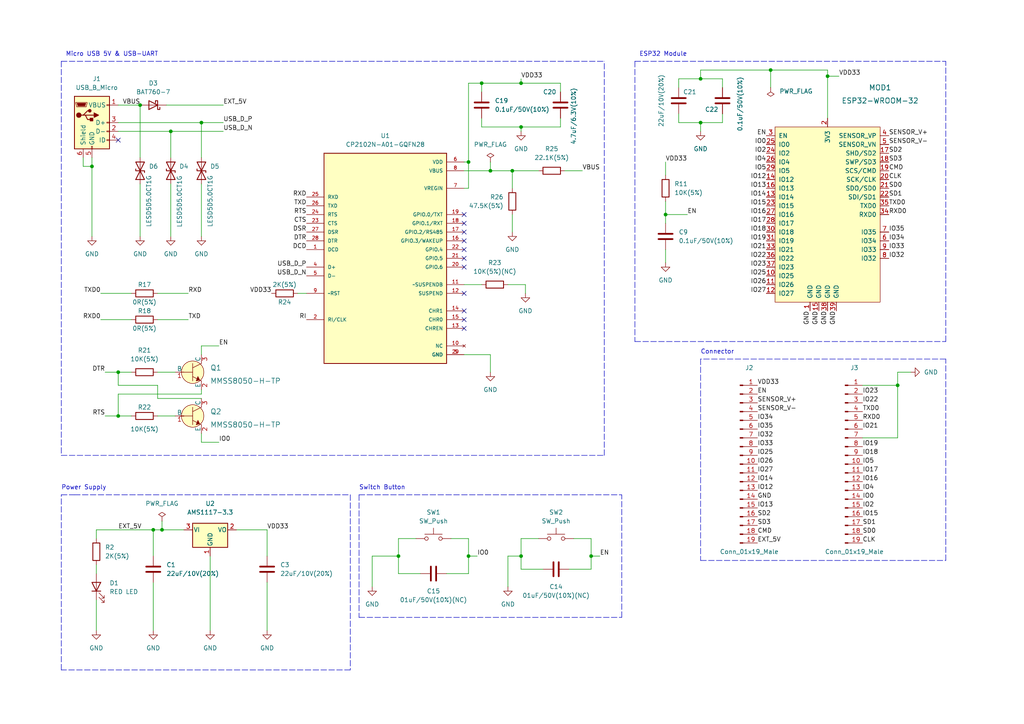
<source format=kicad_sch>
(kicad_sch (version 20230121) (generator eeschema)
  (paper "A4")
  (lib_symbols
    (symbol "CP2102N-A01-GQFN28:CP2102N-A01-GQFN28" (pin_names (offset 1.016))
      (property "Reference" "U" (at -17.8308 31.0896 0))
      (property "Value" "CP2102N-A01-GQFN28" (at -17.8054 -31.0388 0))
      (symbol "CP2102N-A01-GQFN28_0_0"
        (rectangle (start -17.78 -30.48) (end 17.78 30.48) (stroke (width 0.254)) (fill (type background)))
        (pin input line (at -22.86 2.54 0) (length 5.08) (name "DCD") (number "1"))
        (pin no_connect line (at 22.86 -25.4 180) (length 5.08) (name "NC") (number "10"))
        (pin output line (at 22.86 -7.62 180) (length 5.08) (name "~SUSPENDB") (number "11"))
        (pin output line (at 22.86 -10.16 180) (length 5.08) (name "SUSPEND") (number "12"))
        (pin output line (at 22.86 -20.32 180) (length 5.08) (name "CHREN") (number "13"))
        (pin output line (at 22.86 -15.24 180) (length 5.08) (name "CHR1") (number "14"))
        (pin output line (at 22.86 -17.78 180) (length 5.08) (name "CHR0") (number "15"))
        (pin bidirectional line (at 22.86 5.08 180) (length 5.08) (name "GPIO.3/WAKEUP") (number "16"))
        (pin bidirectional line (at 22.86 7.62 180) (length 5.08) (name "GPIO.2/RS485") (number "17"))
        (pin bidirectional line (at 22.86 10.16 180) (length 5.08) (name "GPIO.1/RXT") (number "18"))
        (pin bidirectional line (at 22.86 12.7 180) (length 5.08) (name "GPIO.0/TXT") (number "19"))
        (pin bidirectional line (at -22.86 -17.78 0) (length 5.08) (name "RI/CLK") (number "2"))
        (pin bidirectional line (at 22.86 -2.54 180) (length 5.08) (name "GPIO.6") (number "20"))
        (pin bidirectional line (at 22.86 0 180) (length 5.08) (name "GPIO.5") (number "21"))
        (pin bidirectional line (at 22.86 2.54 180) (length 5.08) (name "GPIO.4") (number "22"))
        (pin input line (at -22.86 10.16 0) (length 5.08) (name "CTS") (number "23"))
        (pin output line (at -22.86 12.7 0) (length 5.08) (name "RTS") (number "24"))
        (pin input line (at -22.86 17.78 0) (length 5.08) (name "RXD") (number "25"))
        (pin output line (at -22.86 15.24 0) (length 5.08) (name "TXD") (number "26"))
        (pin input line (at -22.86 7.62 0) (length 5.08) (name "DSR") (number "27"))
        (pin output line (at -22.86 5.08 0) (length 5.08) (name "DTR") (number "28"))
        (pin power_in line (at 22.86 -27.94 180) (length 5.08) (name "GND") (number "29"))
        (pin power_in line (at 22.86 -27.94 180) (length 5.08) (name "GND") (number "3"))
        (pin bidirectional line (at -22.86 -2.54 0) (length 5.08) (name "D+") (number "4"))
        (pin bidirectional line (at -22.86 -5.08 0) (length 5.08) (name "D-") (number "5"))
        (pin power_in line (at 22.86 27.94 180) (length 5.08) (name "VDD") (number "6"))
        (pin power_in line (at 22.86 20.32 180) (length 5.08) (name "VREGIN") (number "7"))
        (pin power_in line (at 22.86 25.4 180) (length 5.08) (name "VBUS") (number "8"))
        (pin input line (at -22.86 -10.16 0) (length 5.08) (name "~RST") (number "9"))
      )
    )
    (symbol "Connector:Conn_01x19_Male" (pin_names (offset 1.016) hide)
      (property "Reference" "J" (at 0 25.4 0))
      (property "Value" "Conn_01x19_Male" (at 0 -25.4 0))
      (symbol "Conn_01x19_Male_1_1"
        (polyline (pts (xy 1.27 -22.86) (xy 0.8636 -22.86)) (stroke (width 0.1524)))
        (polyline (pts (xy 1.27 -20.32) (xy 0.8636 -20.32)) (stroke (width 0.1524)))
        (polyline (pts (xy 1.27 -17.78) (xy 0.8636 -17.78)) (stroke (width 0.1524)))
        (polyline (pts (xy 1.27 -15.24) (xy 0.8636 -15.24)) (stroke (width 0.1524)))
        (polyline (pts (xy 1.27 -12.7) (xy 0.8636 -12.7)) (stroke (width 0.1524)))
        (polyline (pts (xy 1.27 -10.16) (xy 0.8636 -10.16)) (stroke (width 0.1524)))
        (polyline (pts (xy 1.27 -7.62) (xy 0.8636 -7.62)) (stroke (width 0.1524)))
        (polyline (pts (xy 1.27 -5.08) (xy 0.8636 -5.08)) (stroke (width 0.1524)))
        (polyline (pts (xy 1.27 -2.54) (xy 0.8636 -2.54)) (stroke (width 0.1524)))
        (polyline (pts (xy 1.27 0) (xy 0.8636 0)) (stroke (width 0.1524)))
        (polyline (pts (xy 1.27 2.54) (xy 0.8636 2.54)) (stroke (width 0.1524)))
        (polyline (pts (xy 1.27 5.08) (xy 0.8636 5.08)) (stroke (width 0.1524)))
        (polyline (pts (xy 1.27 7.62) (xy 0.8636 7.62)) (stroke (width 0.1524)))
        (polyline (pts (xy 1.27 10.16) (xy 0.8636 10.16)) (stroke (width 0.1524)))
        (polyline (pts (xy 1.27 12.7) (xy 0.8636 12.7)) (stroke (width 0.1524)))
        (polyline (pts (xy 1.27 15.24) (xy 0.8636 15.24)) (stroke (width 0.1524)))
        (polyline (pts (xy 1.27 17.78) (xy 0.8636 17.78)) (stroke (width 0.1524)))
        (polyline (pts (xy 1.27 20.32) (xy 0.8636 20.32)) (stroke (width 0.1524)))
        (polyline (pts (xy 1.27 22.86) (xy 0.8636 22.86)) (stroke (width 0.1524)))
        (rectangle (start 0.8636 -22.733) (end 0 -22.987) (stroke (width 0.1524)) (fill (type outline)))
        (rectangle (start 0.8636 -20.193) (end 0 -20.447) (stroke (width 0.1524)) (fill (type outline)))
        (rectangle (start 0.8636 -17.653) (end 0 -17.907) (stroke (width 0.1524)) (fill (type outline)))
        (rectangle (start 0.8636 -15.113) (end 0 -15.367) (stroke (width 0.1524)) (fill (type outline)))
        (rectangle (start 0.8636 -12.573) (end 0 -12.827) (stroke (width 0.1524)) (fill (type outline)))
        (rectangle (start 0.8636 -10.033) (end 0 -10.287) (stroke (width 0.1524)) (fill (type outline)))
        (rectangle (start 0.8636 -7.493) (end 0 -7.747) (stroke (width 0.1524)) (fill (type outline)))
        (rectangle (start 0.8636 -4.953) (end 0 -5.207) (stroke (width 0.1524)) (fill (type outline)))
        (rectangle (start 0.8636 -2.413) (end 0 -2.667) (stroke (width 0.1524)) (fill (type outline)))
        (rectangle (start 0.8636 0.127) (end 0 -0.127) (stroke (width 0.1524)) (fill (type outline)))
        (rectangle (start 0.8636 2.667) (end 0 2.413) (stroke (width 0.1524)) (fill (type outline)))
        (rectangle (start 0.8636 5.207) (end 0 4.953) (stroke (width 0.1524)) (fill (type outline)))
        (rectangle (start 0.8636 7.747) (end 0 7.493) (stroke (width 0.1524)) (fill (type outline)))
        (rectangle (start 0.8636 10.287) (end 0 10.033) (stroke (width 0.1524)) (fill (type outline)))
        (rectangle (start 0.8636 12.827) (end 0 12.573) (stroke (width 0.1524)) (fill (type outline)))
        (rectangle (start 0.8636 15.367) (end 0 15.113) (stroke (width 0.1524)) (fill (type outline)))
        (rectangle (start 0.8636 17.907) (end 0 17.653) (stroke (width 0.1524)) (fill (type outline)))
        (rectangle (start 0.8636 20.447) (end 0 20.193) (stroke (width 0.1524)) (fill (type outline)))
        (rectangle (start 0.8636 22.987) (end 0 22.733) (stroke (width 0.1524)) (fill (type outline)))
        (pin passive line (at 5.08 22.86 180) (length 3.81) (name "Pin_1") (number "1"))
        (pin passive line (at 5.08 0 180) (length 3.81) (name "Pin_10") (number "10"))
        (pin passive line (at 5.08 -2.54 180) (length 3.81) (name "Pin_11") (number "11"))
        (pin passive line (at 5.08 -5.08 180) (length 3.81) (name "Pin_12") (number "12"))
        (pin passive line (at 5.08 -7.62 180) (length 3.81) (name "Pin_13") (number "13"))
        (pin passive line (at 5.08 -10.16 180) (length 3.81) (name "Pin_14") (number "14"))
        (pin passive line (at 5.08 -12.7 180) (length 3.81) (name "Pin_15") (number "15"))
        (pin passive line (at 5.08 -15.24 180) (length 3.81) (name "Pin_16") (number "16"))
        (pin passive line (at 5.08 -17.78 180) (length 3.81) (name "Pin_17") (number "17"))
        (pin passive line (at 5.08 -20.32 180) (length 3.81) (name "Pin_18") (number "18"))
        (pin passive line (at 5.08 -22.86 180) (length 3.81) (name "Pin_19") (number "19"))
        (pin passive line (at 5.08 20.32 180) (length 3.81) (name "Pin_2") (number "2"))
        (pin passive line (at 5.08 17.78 180) (length 3.81) (name "Pin_3") (number "3"))
        (pin passive line (at 5.08 15.24 180) (length 3.81) (name "Pin_4") (number "4"))
        (pin passive line (at 5.08 12.7 180) (length 3.81) (name "Pin_5") (number "5"))
        (pin passive line (at 5.08 10.16 180) (length 3.81) (name "Pin_6") (number "6"))
        (pin passive line (at 5.08 7.62 180) (length 3.81) (name "Pin_7") (number "7"))
        (pin passive line (at 5.08 5.08 180) (length 3.81) (name "Pin_8") (number "8"))
        (pin passive line (at 5.08 2.54 180) (length 3.81) (name "Pin_9") (number "9"))
      )
    )
    (symbol "Connector:USB_B_Micro" (pin_names (offset 1.016))
      (property "Reference" "J" (at -5.08 11.43 0))
      (property "Value" "USB_B_Micro" (at -5.08 8.89 0))
      (symbol "USB_B_Micro_0_1"
        (rectangle (start -5.08 -7.62) (end 5.08 7.62) (stroke (width 0.254)) (fill (type background)))
        (circle (center -3.81 2.159) (radius 0.635) (stroke (width 0.254)) (fill (type outline)))
        (circle (center -0.635 3.429) (radius 0.381) (stroke (width 0.254)) (fill (type outline)))
        (rectangle (start -0.127 -7.62) (end 0.127 -6.858))
        (polyline (pts (xy -1.905 2.159) (xy 0.635 2.159)) (stroke (width 0.254)))
        (polyline (pts (xy -3.175 2.159) (xy -2.54 2.159) (xy -1.27 3.429) (xy -0.635 3.429)) (stroke (width 0.254)))
        (polyline (pts (xy -2.54 2.159) (xy -1.905 2.159) (xy -1.27 0.889) (xy 0 0.889)) (stroke (width 0.254)))
        (polyline (pts (xy 0.635 2.794) (xy 0.635 1.524) (xy 1.905 2.159) (xy 0.635 2.794)) (stroke (width 0.254)) (fill (type outline)))
        (polyline (pts (xy -4.318 5.588) (xy -1.778 5.588) (xy -2.032 4.826) (xy -4.064 4.826) (xy -4.318 5.588)) (fill (type outline)))
        (polyline (pts (xy -4.699 5.842) (xy -4.699 5.588) (xy -4.445 4.826) (xy -4.445 4.572) (xy -1.651 4.572) (xy -1.651 4.826) (xy -1.397 5.588) (xy -1.397 5.842) (xy -4.699 5.842)))
        (rectangle (start 0.254 1.27) (end -0.508 0.508) (stroke (width 0.254)) (fill (type outline)))
        (rectangle (start 5.08 -5.207) (end 4.318 -4.953))
        (rectangle (start 5.08 -2.667) (end 4.318 -2.413))
        (rectangle (start 5.08 -0.127) (end 4.318 0.127))
        (rectangle (start 5.08 4.953) (end 4.318 5.207))
      )
      (symbol "USB_B_Micro_1_1"
        (pin power_out line (at 7.62 5.08 180) (length 2.54) (name "VBUS") (number "1"))
        (pin bidirectional line (at 7.62 -2.54 180) (length 2.54) (name "D-") (number "2"))
        (pin bidirectional line (at 7.62 0 180) (length 2.54) (name "D+") (number "3"))
        (pin passive line (at 7.62 -5.08 180) (length 2.54) (name "ID") (number "4"))
        (pin power_out line (at 0 -10.16 90) (length 2.54) (name "GND") (number "5"))
        (pin passive line (at -2.54 -10.16 90) (length 2.54) (name "Shield") (number "6"))
      )
    )
    (symbol "Device:C" (pin_numbers hide) (pin_names (offset 0.254))
      (property "Reference" "C" (at 0.635 2.54 0))
      (property "Value" "C" (at 0.635 -2.54 0))
      (symbol "C_0_1"
        (polyline (pts (xy -2.032 -0.762) (xy 2.032 -0.762)) (stroke (width 0.508)))
        (polyline (pts (xy -2.032 0.762) (xy 2.032 0.762)) (stroke (width 0.508)))
      )
      (symbol "C_1_1"
        (pin passive line (at 0 3.81 270) (length 2.794) (name "~") (number "1"))
        (pin passive line (at 0 -3.81 90) (length 2.794) (name "~") (number "2"))
      )
    )
    (symbol "Device:D_Schottky" (pin_numbers hide) (pin_names (offset 1.016) hide)
      (property "Reference" "D" (at 0 2.54 0))
      (property "Value" "D_Schottky" (at 0 -2.54 0))
      (symbol "D_Schottky_0_1"
        (polyline (pts (xy 1.27 0) (xy -1.27 0)))
        (polyline (pts (xy 1.27 1.27) (xy 1.27 -1.27) (xy -1.27 0) (xy 1.27 1.27)) (stroke (width 0.254)))
        (polyline (pts (xy -1.905 0.635) (xy -1.905 1.27) (xy -1.27 1.27) (xy -1.27 -1.27) (xy -0.635 -1.27) (xy -0.635 -0.635)) (stroke (width 0.254)))
      )
      (symbol "D_Schottky_1_1"
        (pin passive line (at -3.81 0 0) (length 2.54) (name "K") (number "1"))
        (pin passive line (at 3.81 0 180) (length 2.54) (name "A") (number "2"))
      )
    )
    (symbol "Device:D_TVS" (pin_numbers hide) (pin_names (offset 1.016) hide)
      (property "Reference" "D" (at 0 2.54 0))
      (property "Value" "D_TVS" (at 0 -2.54 0))
      (symbol "D_TVS_0_1"
        (polyline (pts (xy 1.27 0) (xy -1.27 0)))
        (polyline (pts (xy 0.508 1.27) (xy 0 1.27) (xy 0 -1.27) (xy -0.508 -1.27)) (stroke (width 0.254)))
        (polyline (pts (xy -2.54 1.27) (xy -2.54 -1.27) (xy 2.54 1.27) (xy 2.54 -1.27) (xy -2.54 1.27)) (stroke (width 0.254)))
      )
      (symbol "D_TVS_1_1"
        (pin passive line (at -3.81 0 0) (length 2.54) (name "A1") (number "1"))
        (pin passive line (at 3.81 0 180) (length 2.54) (name "A2") (number "2"))
      )
    )
    (symbol "Device:LED" (pin_numbers hide) (pin_names (offset 1.016) hide)
      (property "Reference" "D" (at 0 2.54 0))
      (property "Value" "LED" (at 0 -2.54 0))
      (symbol "LED_0_1"
        (polyline (pts (xy -1.27 -1.27) (xy -1.27 1.27)) (stroke (width 0.254)))
        (polyline (pts (xy -1.27 0) (xy 1.27 0)))
        (polyline (pts (xy 1.27 -1.27) (xy 1.27 1.27) (xy -1.27 0) (xy 1.27 -1.27)) (stroke (width 0.254)))
        (polyline (pts (xy -3.048 -0.762) (xy -4.572 -2.286) (xy -3.81 -2.286) (xy -4.572 -2.286) (xy -4.572 -1.524)))
        (polyline (pts (xy -1.778 -0.762) (xy -3.302 -2.286) (xy -2.54 -2.286) (xy -3.302 -2.286) (xy -3.302 -1.524)))
      )
      (symbol "LED_1_1"
        (pin passive line (at -3.81 0 0) (length 2.54) (name "K") (number "1"))
        (pin passive line (at 3.81 0 180) (length 2.54) (name "A") (number "2"))
      )
    )
    (symbol "Device:R" (pin_numbers hide) (pin_names (offset 0))
      (property "Reference" "R" (at 2.032 0 90))
      (property "Value" "R" (at 0 0 90))
      (symbol "R_0_1"
        (rectangle (start -1.016 -2.54) (end 1.016 2.54) (stroke (width 0.254)))
      )
      (symbol "R_1_1"
        (pin passive line (at 0 3.81 270) (length 1.27) (name "~") (number "1"))
        (pin passive line (at 0 -3.81 90) (length 1.27) (name "~") (number "2"))
      )
    )
    (symbol "Regulator_Linear:AMS1117-3.3" (pin_names (offset 0.254))
      (property "Reference" "U" (at -3.81 3.175 0))
      (property "Value" "AMS1117-3.3" (at 0 3.175 0))
      (symbol "AMS1117-3.3_0_1"
        (rectangle (start -5.08 -5.08) (end 5.08 1.905) (stroke (width 0.254)) (fill (type background)))
      )
      (symbol "AMS1117-3.3_1_1"
        (pin power_in line (at 0 -7.62 90) (length 2.54) (name "GND") (number "1"))
        (pin power_out line (at 7.62 0 180) (length 2.54) (name "VO") (number "2"))
        (pin power_in line (at -7.62 0 0) (length 2.54) (name "VI") (number "3"))
      )
    )
    (symbol "Switch:SW_Push" (pin_numbers hide) (pin_names (offset 1.016) hide)
      (property "Reference" "SW" (at 1.27 2.54 0))
      (property "Value" "SW_Push" (at 0 -1.524 0))
      (symbol "SW_Push_0_1"
        (circle (center -2.032 0) (radius 0.508))
        (polyline (pts (xy 0 1.27) (xy 0 3.048)))
        (polyline (pts (xy 2.54 1.27) (xy -2.54 1.27)))
        (circle (center 2.032 0) (radius 0.508))
        (pin passive line (at -5.08 0 0) (length 2.54) (name "1") (number "1"))
        (pin passive line (at 5.08 0 180) (length 2.54) (name "2") (number "2"))
      )
    )
    (symbol "dk_RF-Transceiver-Modules:ESP32-WROOM-32" (pin_names (offset 1.016))
      (property "Reference" "MOD" (at -10.16 1.27 0))
      (property "Value" "ESP32-WROOM-32" (at 5.08 -25.4 90))
      (symbol "ESP32-WROOM-32_0_1"
        (rectangle (start -10.16 0) (end 20.32 -50.8) (fill (type background)))
      )
      (symbol "ESP32-WROOM-32_1_1"
        (pin power_in line (at 0 -53.34 90) (length 2.54) (name "GND") (number "1"))
        (pin bidirectional line (at -12.7 -43.18 0) (length 2.54) (name "IO25") (number "10"))
        (pin bidirectional line (at -12.7 -45.72 0) (length 2.54) (name "IO26") (number "11"))
        (pin bidirectional line (at -12.7 -48.26 0) (length 2.54) (name "IO27") (number "12"))
        (pin bidirectional line (at -12.7 -20.32 0) (length 2.54) (name "IO14") (number "13"))
        (pin bidirectional line (at -12.7 -15.24 0) (length 2.54) (name "IO12") (number "14"))
        (pin power_in line (at 2.54 -53.34 90) (length 2.54) (name "GND") (number "15"))
        (pin bidirectional line (at -12.7 -17.78 0) (length 2.54) (name "IO13") (number "16"))
        (pin bidirectional line (at 22.86 -7.62 180) (length 2.54) (name "SHD/SD2") (number "17"))
        (pin bidirectional line (at 22.86 -10.16 180) (length 2.54) (name "SWP/SD3") (number "18"))
        (pin bidirectional line (at 22.86 -12.7 180) (length 2.54) (name "SCS/CMD") (number "19"))
        (pin power_in line (at 5.08 2.54 270) (length 2.54) (name "3V3") (number "2"))
        (pin bidirectional line (at 22.86 -15.24 180) (length 2.54) (name "SCK/CLK") (number "20"))
        (pin bidirectional line (at 22.86 -17.78 180) (length 2.54) (name "SDO/SD0") (number "21"))
        (pin bidirectional line (at 22.86 -20.32 180) (length 2.54) (name "SDI/SD1") (number "22"))
        (pin bidirectional line (at -12.7 -22.86 0) (length 2.54) (name "IO15") (number "23"))
        (pin bidirectional line (at -12.7 -7.62 0) (length 2.54) (name "IO2") (number "24"))
        (pin bidirectional line (at -12.7 -5.08 0) (length 2.54) (name "IO0") (number "25"))
        (pin bidirectional line (at -12.7 -10.16 0) (length 2.54) (name "IO4") (number "26"))
        (pin bidirectional line (at -12.7 -25.4 0) (length 2.54) (name "IO16") (number "27"))
        (pin bidirectional line (at -12.7 -27.94 0) (length 2.54) (name "IO17") (number "28"))
        (pin bidirectional line (at -12.7 -12.7 0) (length 2.54) (name "IO5") (number "29"))
        (pin input line (at -12.7 -2.54 0) (length 2.54) (name "EN") (number "3"))
        (pin bidirectional line (at -12.7 -30.48 0) (length 2.54) (name "IO18") (number "30"))
        (pin bidirectional line (at -12.7 -33.02 0) (length 2.54) (name "IO19") (number "31"))
        (pin no_connect line (at 20.32 -43.18 180) (length 2.54) hide (name "NC") (number "32"))
        (pin bidirectional line (at -12.7 -35.56 0) (length 2.54) (name "IO21") (number "33"))
        (pin bidirectional line (at 22.86 -25.4 180) (length 2.54) (name "RXD0") (number "34"))
        (pin bidirectional line (at 22.86 -22.86 180) (length 2.54) (name "TXD0") (number "35"))
        (pin bidirectional line (at -12.7 -38.1 0) (length 2.54) (name "IO22") (number "36"))
        (pin bidirectional line (at -12.7 -40.64 0) (length 2.54) (name "IO23") (number "37"))
        (pin power_in line (at 5.08 -53.34 90) (length 2.54) (name "GND") (number "38"))
        (pin power_in line (at 7.62 -53.34 90) (length 2.54) (name "GND") (number "39"))
        (pin input line (at 22.86 -2.54 180) (length 2.54) (name "SENSOR_VP") (number "4"))
        (pin input line (at 22.86 -5.08 180) (length 2.54) (name "SENSOR_VN") (number "5"))
        (pin bidirectional line (at 22.86 -33.02 180) (length 2.54) (name "IO34") (number "6"))
        (pin bidirectional line (at 22.86 -30.48 180) (length 2.54) (name "IO35") (number "7"))
        (pin bidirectional line (at 22.86 -38.1 180) (length 2.54) (name "IO32") (number "8"))
        (pin bidirectional line (at 22.86 -35.56 180) (length 2.54) (name "IO33") (number "9"))
      )
    )
    (symbol "dk_Transistors-Bipolar-BJT-Single:MMSS8050-H-TP" (pin_names (offset 0))
      (property "Reference" "Q" (at -3.2004 4.2164 0))
      (property "Value" "MMSS8050-H-TP" (at 5.2324 0 90))
      (symbol "MMSS8050-H-TP_0_1"
        (polyline (pts (xy -3.81 0) (xy -2.54 0)))
        (polyline (pts (xy -3.556 0) (xy 0 0)))
        (polyline (pts (xy 0 -1.27) (xy 2.54 -2.54)))
        (polyline (pts (xy 0 1.27) (xy 2.54 2.54)))
        (polyline (pts (xy 0 2.54) (xy 0 -2.54)))
        (polyline (pts (xy 1.524 -1.27) (xy 2.032 -2.286) (xy 1.016 -2.54) (xy 1.524 -1.27)) (fill (type outline)))
        (circle (center 0 0) (radius 3.2512) (fill (type background)))
      )
      (symbol "MMSS8050-H-TP_1_1"
        (pin input line (at -5.08 0 0) (length 2.54) (name "B") (number "1"))
        (pin passive line (at 2.54 -5.08 90) (length 2.54) (name "E") (number "2"))
        (pin passive line (at 2.54 5.08 270) (length 2.54) (name "C") (number "3"))
      )
    )
    (symbol "power:GND" (power) (pin_names (offset 0))
      (property "Value" "GND" (at 0 -3.81 0))
      (symbol "GND_0_1"
        (polyline (pts (xy 0 0) (xy 0 -1.27) (xy 1.27 -1.27) (xy 0 -2.54) (xy -1.27 -1.27) (xy 0 -1.27)))
      )
      (symbol "GND_1_1"
        (pin power_in line (at 0 0 270) (length 0) hide (name "GND") (number "1"))
      )
    )
    (symbol "power:PWR_FLAG" (power) (pin_numbers hide) (pin_names (offset 0) hide)
      (property "Value" "PWR_FLAG" (at 0 3.81 0))
      (symbol "PWR_FLAG_0_0"
        (pin power_out line (at 0 0 90) (length 0) (name "pwr") (number "1"))
      )
      (symbol "PWR_FLAG_0_1"
        (polyline (pts (xy 0 0) (xy 0 1.27) (xy -1.016 1.905) (xy 0 2.54) (xy 1.016 1.905) (xy 0 1.27)))
      )
    )
  )
  (junction (at 203.2 35.56) (diameter 0.9144))
  (junction (at 171.45 161.29) (diameter 0.9144))
  (junction (at 44.45 153.67) (diameter 0.9144))
  (junction (at 135.89 161.29) (diameter 0.9144))
  (junction (at 151.13 24.13) (diameter 0.9144))
  (junction (at 135.89 46.99) (diameter 0.9144))
  (junction (at 260.35 111.76) (diameter 0.9144))
  (junction (at 58.42 35.56) (diameter 0.9144))
  (junction (at 49.53 38.1) (diameter 0.9144))
  (junction (at 40.64 30.48) (diameter 0.9144))
  (junction (at 26.67 48.26) (diameter 0.9144))
  (junction (at 142.24 49.53) (diameter 0.9144))
  (junction (at 151.13 36.83) (diameter 0.9144))
  (junction (at 223.52 20.32) (diameter 0.9144))
  (junction (at 34.29 120.65) (diameter 0.9144))
  (junction (at 148.59 49.53) (diameter 0.9144))
  (junction (at 34.29 107.95) (diameter 0.9144))
  (junction (at 240.03 22.098))
  (junction (at 193.04 62.23) (diameter 0.9144))
  (junction (at 46.99 153.67) (diameter 0.9144))
  (junction (at 203.2 22.86) (diameter 0.9144))
  (junction (at 115.57 161.29) (diameter 0.9144))
  (junction (at 151.13 161.29) (diameter 0.9144))
  (junction (at 139.7 24.13) (diameter 0.9144))
  (no_connect (at 34.29 40.64))
  (no_connect (at 134.62 62.23))
  (no_connect (at 134.62 64.77))
  (no_connect (at 134.62 67.31))
  (no_connect (at 134.62 69.85))
  (no_connect (at 134.62 72.39))
  (no_connect (at 134.62 74.93))
  (no_connect (at 134.62 77.47))
  (no_connect (at 134.62 90.17))
  (no_connect (at 134.62 92.71))
  (no_connect (at 134.62 95.25))
  (no_connect (at 134.62 85.09))
  (wire (pts (xy 77.47 168.91) (xy 77.47 182.88)))
  (wire (pts (xy 203.2 35.56) (xy 203.2 38.1)))
  (wire (pts (xy 45.72 120.65) (xy 50.8 120.65)))
  (wire (pts (xy 240.03 34.29) (xy 240.03 22.098)))
  (wire (pts (xy 58.42 53.34) (xy 58.42 68.58)))
  (wire (pts (xy 142.24 49.53) (xy 134.62 49.53)))
  (wire (pts (xy 148.59 49.53) (xy 142.24 49.53)))
  (wire (pts (xy 156.21 49.53) (xy 148.59 49.53)))
  (wire (pts (xy 250.19 127) (xy 260.35 127)))
  (wire (pts (xy 260.35 127) (xy 260.35 111.76)))
  (wire (pts (xy 148.59 62.23) (xy 148.59 67.31)))
  (wire (pts (xy 115.57 156.21) (xy 115.57 161.29)))
  (wire (pts (xy 115.57 161.29) (xy 115.57 166.37)))
  (wire (pts (xy 115.57 166.37) (xy 121.92 166.37)))
  (wire (pts (xy 120.65 156.21) (xy 115.57 156.21)))
  (polyline (pts (xy 17.78 17.78) (xy 17.78 132.08)) (stroke (width 0) (type dash)))
  (polyline (pts (xy 17.78 17.78) (xy 175.26 17.78)) (stroke (width 0) (type dash)))
  (polyline (pts (xy 17.78 132.08) (xy 175.26 132.08)) (stroke (width 0) (type dash)))
  (polyline (pts (xy 175.26 132.08) (xy 175.26 17.78)) (stroke (width 0) (type dash)))
  (wire (pts (xy 30.48 107.95) (xy 34.29 107.95)))
  (wire (pts (xy 139.7 24.13) (xy 151.13 24.13)))
  (wire (pts (xy 151.13 24.13) (xy 162.56 24.13)))
  (polyline (pts (xy 184.15 17.78) (xy 184.15 99.06)) (stroke (width 0) (type dash)))
  (polyline (pts (xy 184.15 17.78) (xy 274.32 17.78)) (stroke (width 0) (type dash)))
  (polyline (pts (xy 184.15 99.06) (xy 274.32 99.06)) (stroke (width 0) (type dash)))
  (polyline (pts (xy 274.32 99.06) (xy 274.32 17.78)) (stroke (width 0) (type dash)))
  (polyline (pts (xy 104.14 143.51) (xy 104.14 179.07)) (stroke (width 0) (type dash)))
  (polyline (pts (xy 104.14 143.51) (xy 180.34 143.51)) (stroke (width 0) (type dash)))
  (polyline (pts (xy 104.14 179.07) (xy 180.34 179.07)) (stroke (width 0) (type dash)))
  (polyline (pts (xy 180.34 179.07) (xy 180.34 143.51)) (stroke (width 0) (type dash)))
  (wire (pts (xy 151.13 36.83) (xy 162.56 36.83)))
  (wire (pts (xy 162.56 36.83) (xy 162.56 34.29)))
  (wire (pts (xy 203.2 20.32) (xy 203.2 22.86)))
  (wire (pts (xy 203.2 20.32) (xy 223.52 20.32)))
  (wire (pts (xy 223.52 20.32) (xy 240.03 20.32)))
  (wire (pts (xy 27.94 163.83) (xy 27.94 166.37)))
  (wire (pts (xy 193.04 46.99) (xy 193.04 50.8)))
  (wire (pts (xy 148.59 49.53) (xy 148.59 54.61)))
  (wire (pts (xy 49.53 53.34) (xy 49.53 68.58)))
  (wire (pts (xy 240.03 22.098) (xy 243.332 22.098)))
  (wire (pts (xy 134.62 102.87) (xy 142.24 102.87)))
  (wire (pts (xy 147.32 82.55) (xy 152.4 82.55)))
  (wire (pts (xy 152.4 82.55) (xy 152.4 85.09)))
  (wire (pts (xy 44.45 168.91) (xy 44.45 182.88)))
  (wire (pts (xy 134.62 54.61) (xy 135.89 54.61)))
  (wire (pts (xy 135.89 54.61) (xy 135.89 46.99)))
  (wire (pts (xy 223.52 20.32) (xy 223.52 25.4)))
  (wire (pts (xy 30.48 120.65) (xy 34.29 120.65)))
  (wire (pts (xy 58.42 35.56) (xy 64.77 35.56)))
  (wire (pts (xy 48.26 30.48) (xy 64.77 30.48)))
  (wire (pts (xy 168.91 49.53) (xy 163.83 49.53)))
  (wire (pts (xy 58.42 100.33) (xy 63.5 100.33)))
  (wire (pts (xy 58.42 102.87) (xy 58.42 100.33)))
  (wire (pts (xy 58.42 125.73) (xy 58.42 128.27)))
  (wire (pts (xy 58.42 128.27) (xy 63.5 128.27)))
  (wire (pts (xy 193.04 58.42) (xy 193.04 62.23)))
  (wire (pts (xy 193.04 62.23) (xy 193.04 64.77)))
  (wire (pts (xy 49.53 38.1) (xy 34.29 38.1)))
  (wire (pts (xy 49.53 38.1) (xy 64.77 38.1)))
  (wire (pts (xy 49.53 45.72) (xy 49.53 38.1)))
  (wire (pts (xy 107.95 161.29) (xy 107.95 170.18)))
  (wire (pts (xy 115.57 161.29) (xy 107.95 161.29)))
  (wire (pts (xy 134.62 82.55) (xy 139.7 82.55)))
  (polyline (pts (xy 203.2 104.14) (xy 203.2 162.56)) (stroke (width 0) (type dash)))
  (polyline (pts (xy 203.2 162.56) (xy 274.32 162.56)) (stroke (width 0) (type dash)))
  (polyline (pts (xy 274.32 104.14) (xy 203.2 104.14)) (stroke (width 0) (type dash)))
  (polyline (pts (xy 274.32 162.56) (xy 274.32 104.14)) (stroke (width 0) (type dash)))
  (wire (pts (xy 130.81 156.21) (xy 135.89 156.21)))
  (wire (pts (xy 135.89 156.21) (xy 135.89 161.29)))
  (wire (pts (xy 135.89 161.29) (xy 135.89 166.37)))
  (wire (pts (xy 135.89 166.37) (xy 129.54 166.37)))
  (wire (pts (xy 46.99 151.13) (xy 46.99 153.67)))
  (wire (pts (xy 134.62 46.99) (xy 135.89 46.99)))
  (wire (pts (xy 135.89 24.13) (xy 135.89 46.99)))
  (wire (pts (xy 44.45 153.67) (xy 44.45 161.29)))
  (wire (pts (xy 196.85 22.86) (xy 203.2 22.86)))
  (wire (pts (xy 196.85 25.4) (xy 196.85 22.86)))
  (wire (pts (xy 203.2 22.86) (xy 209.55 22.86)))
  (wire (pts (xy 209.55 22.86) (xy 209.55 25.4)))
  (wire (pts (xy 45.72 107.95) (xy 50.8 107.95)))
  (wire (pts (xy 196.85 33.02) (xy 196.85 35.56)))
  (wire (pts (xy 196.85 35.56) (xy 203.2 35.56)))
  (wire (pts (xy 203.2 35.56) (xy 209.55 35.56)))
  (wire (pts (xy 209.55 35.56) (xy 209.55 33.02)))
  (wire (pts (xy 27.94 173.99) (xy 27.94 182.88)))
  (wire (pts (xy 58.42 115.57) (xy 45.72 115.57)))
  (wire (pts (xy 142.24 46.99) (xy 142.24 49.53)))
  (wire (pts (xy 139.7 34.29) (xy 139.7 36.83)))
  (wire (pts (xy 139.7 36.83) (xy 151.13 36.83)))
  (wire (pts (xy 240.03 22.098) (xy 240.03 20.32)))
  (wire (pts (xy 26.67 45.72) (xy 26.67 48.26)))
  (wire (pts (xy 26.67 48.26) (xy 26.67 68.58)))
  (wire (pts (xy 24.13 45.72) (xy 24.13 48.26)))
  (wire (pts (xy 24.13 48.26) (xy 26.67 48.26)))
  (wire (pts (xy 29.21 85.09) (xy 38.1 85.09)))
  (wire (pts (xy 135.89 24.13) (xy 139.7 24.13)))
  (wire (pts (xy 40.64 53.34) (xy 40.64 68.58)))
  (polyline (pts (xy 17.78 143.51) (xy 21.59 143.51)) (stroke (width 0) (type dash)))
  (polyline (pts (xy 17.78 194.31) (xy 17.78 143.51)) (stroke (width 0) (type dash)))
  (polyline (pts (xy 21.59 143.51) (xy 101.6 143.51)) (stroke (width 0) (type dash)))
  (polyline (pts (xy 101.6 143.51) (xy 101.6 194.31)) (stroke (width 0) (type dash)))
  (polyline (pts (xy 101.6 194.31) (xy 17.78 194.31)) (stroke (width 0) (type dash)))
  (wire (pts (xy 151.13 156.21) (xy 151.13 161.29)))
  (wire (pts (xy 151.13 161.29) (xy 151.13 165.1)))
  (wire (pts (xy 151.13 165.1) (xy 157.48 165.1)))
  (wire (pts (xy 156.21 156.21) (xy 151.13 156.21)))
  (wire (pts (xy 27.94 153.67) (xy 27.94 156.21)))
  (wire (pts (xy 44.45 153.67) (xy 27.94 153.67)))
  (wire (pts (xy 46.99 153.67) (xy 44.45 153.67)))
  (wire (pts (xy 53.34 153.67) (xy 46.99 153.67)))
  (wire (pts (xy 151.13 36.83) (xy 151.13 38.1)))
  (wire (pts (xy 86.36 85.09) (xy 88.9 85.09)))
  (wire (pts (xy 139.7 24.13) (xy 139.7 26.67)))
  (wire (pts (xy 135.89 161.29) (xy 138.43 161.29)))
  (wire (pts (xy 162.56 24.13) (xy 162.56 26.67)))
  (wire (pts (xy 34.29 107.95) (xy 38.1 107.95)))
  (wire (pts (xy 34.29 111.76) (xy 34.29 107.95)))
  (wire (pts (xy 45.72 111.76) (xy 34.29 111.76)))
  (wire (pts (xy 45.72 111.76) (xy 45.72 115.57)))
  (wire (pts (xy 60.96 161.29) (xy 60.96 182.88)))
  (wire (pts (xy 34.29 114.3) (xy 34.29 120.65)))
  (wire (pts (xy 34.29 114.3) (xy 58.42 114.3)))
  (wire (pts (xy 34.29 120.65) (xy 38.1 120.65)))
  (wire (pts (xy 58.42 113.03) (xy 58.42 114.3)))
  (wire (pts (xy 165.1 165.1) (xy 171.45 165.1)))
  (wire (pts (xy 171.45 156.21) (xy 166.37 156.21)))
  (wire (pts (xy 171.45 161.29) (xy 171.45 156.21)))
  (wire (pts (xy 171.45 165.1) (xy 171.45 161.29)))
  (wire (pts (xy 193.04 62.23) (xy 199.39 62.23)))
  (wire (pts (xy 58.42 35.56) (xy 34.29 35.56)))
  (wire (pts (xy 58.42 45.72) (xy 58.42 35.56)))
  (wire (pts (xy 147.32 161.29) (xy 147.32 170.18)))
  (wire (pts (xy 151.13 161.29) (xy 147.32 161.29)))
  (wire (pts (xy 45.72 92.71) (xy 54.61 92.71)))
  (wire (pts (xy 142.24 102.87) (xy 142.24 107.95)))
  (wire (pts (xy 68.58 153.67) (xy 77.47 153.67)))
  (wire (pts (xy 77.47 153.67) (xy 77.47 161.29)))
  (wire (pts (xy 250.19 111.76) (xy 260.35 111.76)))
  (wire (pts (xy 260.35 107.95) (xy 264.16 107.95)))
  (wire (pts (xy 260.35 111.76) (xy 260.35 107.95)))
  (wire (pts (xy 193.04 72.39) (xy 193.04 76.2)))
  (wire (pts (xy 171.45 161.29) (xy 173.99 161.29)))
  (wire (pts (xy 151.13 22.86) (xy 151.13 24.13)))
  (wire (pts (xy 40.64 30.48) (xy 40.64 45.72)))
  (wire (pts (xy 45.72 85.09) (xy 54.61 85.09)))
  (wire (pts (xy 34.29 30.48) (xy 40.64 30.48)))
  (wire (pts (xy 29.21 92.71) (xy 38.1 92.71)))
  (text "Micro USB 5V & USB-UART" (at 19.05 16.51 0) (effects (font (size 1.27 1.27)) (justify left bottom)))
  (text "Connector" (at 203.2 102.87 0) (effects (font (size 1.27 1.27)) (justify left bottom)))
  (text "Power Supply" (at 17.78 142.24 0) (effects (font (size 1.27 1.27)) (justify left bottom)))
  (text "Switch Button" (at 104.14 142.24 0) (effects (font (size 1.27 1.27)) (justify left bottom)))
  (text "ESP32 Module" (at 185.42 16.51 0) (effects (font (size 1.27 1.27)) (justify left bottom)))
  (label "IO16" (at 222.25 62.23 180))
  (label "GND" (at 234.95 90.17 270))
  (label "TXD0" (at 257.81 59.69 0))
  (label "IO14" (at 222.25 57.15 180))
  (label "IO26" (at 219.71 134.62 0))
  (label "VDD33" (at 193.04 46.99 0))
  (label "CLK" (at 257.81 52.07 0))
  (label "TXD" (at 88.9 59.69 180))
  (label "RTS" (at 88.9 62.23 180))
  (label "RXD0" (at 250.19 121.92 0))
  (label "IO21" (at 222.25 72.39 180))
  (label "IO12" (at 222.25 52.07 180))
  (label "CLK" (at 250.19 157.48 0))
  (label "IO27" (at 222.25 85.09 180))
  (label "RI" (at 88.9 92.71 180))
  (label "SENSOR_V-" (at 219.71 119.38 0))
  (label "EXT_5V" (at 34.29 153.67 0))
  (label "RXD0" (at 29.21 92.71 180))
  (label "IO22" (at 222.25 74.93 180))
  (label "SENSOR_V+" (at 257.81 39.37 0))
  (label "CMD" (at 257.81 49.53 0))
  (label "VDD33" (at 151.13 22.86 0))
  (label "GND" (at 240.03 90.17 270))
  (label "IO18" (at 222.25 67.31 180))
  (label "SD1" (at 257.81 57.15 0))
  (label "IO15" (at 222.25 59.69 180))
  (label "IO18" (at 250.19 132.08 0))
  (label "SENSOR_V-" (at 257.81 41.91 0))
  (label "SD0" (at 250.19 154.94 0))
  (label "IO35" (at 257.81 67.31 0))
  (label "CMD" (at 219.71 154.94 0))
  (label "USB_D_N" (at 64.77 38.1 0))
  (label "USB_D_P" (at 88.9 77.47 180))
  (label "RXD0" (at 257.81 62.23 0))
  (label "IO12" (at 219.71 142.24 0))
  (label "GND" (at 219.71 144.78 0))
  (label "SD1" (at 250.19 152.4 0))
  (label "IO4" (at 222.25 46.99 180))
  (label "SD0" (at 257.81 54.61 0))
  (label "EXT_5V" (at 64.77 30.48 0))
  (label "SENSOR_V+" (at 219.71 116.84 0))
  (label "IO17" (at 250.19 137.16 0))
  (label "IO35" (at 219.71 124.46 0))
  (label "IO17" (at 222.25 64.77 180))
  (label "IO0" (at 63.5 128.27 0))
  (label "IO15" (at 250.19 149.86 0))
  (label "EXT_5V" (at 219.71 157.48 0))
  (label "SD3" (at 257.81 46.99 0))
  (label "IO32" (at 219.71 127 0))
  (label "IO0" (at 138.43 161.29 0))
  (label "VDD33" (at 243.332 22.098 0))
  (label "SD2" (at 257.81 44.45 0))
  (label "IO0" (at 250.19 144.78 0))
  (label "TXD" (at 54.61 92.71 0))
  (label "IO19" (at 222.25 69.85 180))
  (label "CTS" (at 88.9 64.77 180))
  (label "IO16" (at 250.19 139.7 0))
  (label "SD3" (at 219.71 152.4 0))
  (label "IO19" (at 250.19 129.54 0))
  (label "DTR" (at 30.48 107.95 180))
  (label "DCD" (at 88.9 72.39 180))
  (label "IO26" (at 222.25 82.55 180))
  (label "USB_D_N" (at 88.9 80.01 180))
  (label "IO27" (at 219.71 137.16 0))
  (label "RTS" (at 30.48 120.65 180))
  (label "DSR" (at 88.9 67.31 180))
  (label "IO0" (at 222.25 41.91 180))
  (label "IO21" (at 250.19 124.46 0))
  (label "IO14" (at 219.71 139.7 0))
  (label "DTR" (at 88.9 69.85 180))
  (label "VDD33" (at 78.74 85.09 180))
  (label "IO32" (at 257.81 74.93 0))
  (label "RXD" (at 88.9 57.15 180))
  (label "IO33" (at 257.81 72.39 0))
  (label "IO34" (at 257.81 69.85 0))
  (label "IO33" (at 219.71 129.54 0))
  (label "IO2" (at 222.25 44.45 180))
  (label "IO2" (at 250.19 147.32 0))
  (label "VBUS" (at 35.56 30.48 0))
  (label "VBUS" (at 168.91 49.53 0))
  (label "IO4" (at 250.19 142.24 0))
  (label "EN" (at 173.99 161.29 0))
  (label "TXD0" (at 250.19 119.38 0))
  (label "EN" (at 222.25 39.37 180))
  (label "IO25" (at 222.25 80.01 180))
  (label "RXD" (at 54.61 85.09 0))
  (label "EN" (at 199.39 62.23 0))
  (label "TXD0" (at 29.21 85.09 180))
  (label "USB_D_P" (at 64.77 35.56 0))
  (label "SD2" (at 219.71 149.86 0))
  (label "VDD33" (at 219.71 111.76 0))
  (label "IO22" (at 250.19 116.84 0))
  (label "GND" (at 242.57 90.17 270))
  (label "IO25" (at 219.71 132.08 0))
  (label "IO23" (at 222.25 77.47 180))
  (label "GND" (at 237.49 90.17 270))
  (label "EN" (at 219.71 114.3 0))
  (label "IO23" (at 250.19 114.3 0))
  (label "IO5" (at 250.19 134.62 0))
  (label "IO5" (at 222.25 49.53 180))
  (label "VDD33" (at 77.47 153.67 0))
  (label "IO13" (at 219.71 147.32 0))
  (label "EN" (at 63.5 100.33 0))
  (label "IO34" (at 219.71 121.92 0))
  (label "IO13" (at 222.25 54.61 180))
  (symbol (lib_id "Regulator_Linear:AMS1117-3.3") (at 60.96 153.67 0) (unit 1)
    (property "Reference" "U2" (at 60.96 146.05 0))
    (property "Value" "AMS1117-3.3" (at 60.96 148.59 0))
    (property "Footprint" "Package_TO_SOT_SMD:SOT-223-3_TabPin2" (effects hide))
    (property "Datasheet" "http://www.advanced-monolithic.com/pdf/ds1117.pdf" (effects hide))
  )
  (symbol (lib_id "Device:C") (at 193.04 68.58 0) (unit 1)
    (property "Reference" "C9" (at 196.85 67.3099 0) (effects (justify left)))
    (property "Value" "0.1uF/50V(10%)" (at 196.85 69.8499 0) (effects (justify left)))
    (property "Footprint" "Capacitor_SMD:C_0402_1005Metric" (effects hide))
  )
  (symbol (lib_id "power:PWR_FLAG") (at 142.24 46.99 0) (unit 1)
    (property "Reference" "#FLG0101" (effects hide))
    (property "Value" "PWR_FLAG" (at 142.24 41.91 0))
  )
  (symbol (lib_id "Device:R") (at 41.91 85.09 90) (unit 1)
    (property "Reference" "R17" (at 41.91 82.55 90))
    (property "Value" "0R(5%)" (at 41.91 87.63 90))
    (property "Footprint" "Resistor_SMD:R_01005_0402Metric" (effects hide))
  )
  (symbol (lib_id "power:GND") (at 152.4 85.09 0) (unit 1)
    (property "Reference" "#PWR013" (effects hide))
    (property "Value" "GND" (at 152.4 90.17 0))
  )
  (symbol (lib_id "power:GND") (at 264.16 107.95 90) (unit 1)
    (property "Reference" "#PWR017" (effects hide))
    (property "Value" "GND" (at 267.97 107.9499 90) (effects (justify right)))
  )
  (symbol (lib_id "power:GND") (at 203.2 38.1 0) (mirror y) (unit 1)
    (property "Reference" "#PWR016" (effects hide))
    (property "Value" "GND" (at 203.2 43.18 0))
  )
  (symbol (lib_id "CP2102N-A01-GQFN28:CP2102N-A01-GQFN28") (at 111.76 74.93 0) (unit 1)
    (property "Reference" "U1" (at 111.76 39.37 0))
    (property "Value" "CP2102N-A01-GQFN28" (at 111.76 41.91 0))
    (property "Footprint" "Package_DFN_QFN:TQFN-28-1EP_5x5mm_P0.5mm_EP2.7x2.7mm" (effects hide))
    (property "MANUFACTURER" "SILICON LABS" (effects hide))
    (property "MAXIMUM_PACKAGE_HEIGHT" "0.8mm" (effects hide))
    (property "PARTREV" "1.0" (effects hide))
    (property "STANDARD" "IPC 7351B" (effects hide))
  )
  (symbol (lib_id "dk_Transistors-Bipolar-BJT-Single:MMSS8050-H-TP") (at 55.88 120.65 0) (unit 1)
    (property "Reference" "Q2" (at 60.96 119.38 0) (effects (font (size 1.524 1.524)) (justify left)))
    (property "Value" "MMSS8050-H-TP" (at 60.96 123.19 0) (effects (font (size 1.524 1.524)) (justify left)))
    (property "Footprint" "digikey-footprints:SOT-23-3" (effects hide))
    (property "Datasheet" "https://www.mccsemi.com/pdf/Products/MMSS8050(SOT-23).pdf" (effects hide))
    (property "Digi-Key_PN" "MMSS8050-H-TPMSCT-ND" (effects hide))
    (property "MPN" "MMSS8050-H-TP" (effects hide))
    (property "Category" "Discrete Semiconductor Products" (effects hide))
    (property "Family" "Transistors - Bipolar (BJT) - Single" (effects hide))
    (property "DK_Datasheet_Link" "https://www.mccsemi.com/pdf/Products/MMSS8050(SOT-23).pdf" (effects hide))
    (property "DK_Detail_Page" "/product-detail/en/micro-commercial-co/MMSS8050-H-TP/MMSS8050-H-TPMSCT-ND/2825945" (effects hide))
    (property "Description" "TRANS NPN 25V 1.5A SOT23" (effects hide))
    (property "Manufacturer" "Micro Commercial Co" (effects hide))
    (property "Status" "Active" (effects hide))
  )
  (symbol (lib_id "Device:R") (at 82.55 85.09 90) (unit 1)
    (property "Reference" "R24" (at 82.55 87.63 90))
    (property "Value" "2K(5%)" (at 82.55 82.55 90))
    (property "Footprint" "Resistor_SMD:R_01005_0402Metric" (effects hide))
  )
  (symbol (lib_id "Device:LED") (at 27.94 170.18 90) (unit 1)
    (property "Reference" "D1" (at 31.75 169.1004 90) (effects (justify right)))
    (property "Value" "RED LED" (at 31.75 171.6404 90) (effects (justify right)))
    (property "Footprint" "LED_SMD:LED_0201_0603Metric" (effects hide))
  )
  (symbol (lib_id "Device:R") (at 143.51 82.55 90) (unit 1)
    (property "Reference" "R23" (at 143.51 76.2 90))
    (property "Value" "10K(5%)(NC)" (at 143.51 78.74 90))
    (property "Footprint" "Resistor_SMD:R_01005_0402Metric" (effects hide))
  )
  (symbol (lib_id "dk_RF-Transceiver-Modules:ESP32-WROOM-32") (at 234.95 36.83 0) (unit 1)
    (property "Reference" "MOD1" (at 255.27 25.4 0) (effects (font (size 1.524 1.524))))
    (property "Value" "ESP32-WROOM-32" (at 255.27 29.21 0) (effects (font (size 1.524 1.524))))
    (property "Footprint" "digikey-footprints:ESP32-WROOM-32D" (effects hide))
    (property "Datasheet" "https://www.espressif.com/sites/default/files/documentation/esp32-wroom-32_datasheet_en.pdf" (effects hide))
    (property "Digi-Key_PN" "1904-1010-1-ND" (effects hide))
    (property "MPN" "ESP32-WROOM-32" (effects hide))
    (property "Category" "RF/IF and RFID" (effects hide))
    (property "Family" "RF Transceiver Modules" (effects hide))
    (property "DK_Datasheet_Link" "https://www.espressif.com/sites/default/files/documentation/esp32-wroom-32_datasheet_en.pdf" (effects hide))
    (property "DK_Detail_Page" "/product-detail/en/espressif-systems/ESP32-WROOM-32/1904-1010-1-ND/8544305" (effects hide))
    (property "Description" "SMD MODULE, ESP32-D0WDQ6, 32MBIT" (effects hide))
    (property "Manufacturer" "Espressif Systems" (effects hide))
    (property "Status" "Active" (effects hide))
  )
  (symbol (lib_id "Device:D_TVS") (at 58.42 49.53 90) (unit 1)
    (property "Reference" "D5" (at 60.96 48.2599 90) (effects (justify right)))
    (property "Value" "LESD5D5.0CT1G" (at 60.96 50.7999 0) (effects (justify right)))
    (property "Footprint" "Diode_SMD:D_SOD-523" (effects hide))
  )
  (symbol (lib_id "power:GND") (at 49.53 68.58 0) (unit 1)
    (property "Reference" "#PWR05" (effects hide))
    (property "Value" "GND" (at 49.53 73.66 0))
  )
  (symbol (lib_id "Device:R") (at 148.59 58.42 0) (mirror y) (unit 1)
    (property "Reference" "R26" (at 146.05 57.1499 0) (effects (justify left)))
    (property "Value" "47.5K(5%)" (at 146.05 59.6899 0) (effects (justify left)))
    (property "Footprint" "Resistor_SMD:R_01005_0402Metric" (effects hide))
  )
  (symbol (lib_id "power:GND") (at 148.59 67.31 0) (mirror y) (unit 1)
    (property "Reference" "#PWR011" (effects hide))
    (property "Value" "GND" (at 148.59 72.39 0))
  )
  (symbol (lib_id "Device:D_Schottky") (at 44.45 30.48 180) (unit 1)
    (property "Reference" "D3" (at 44.45 24.13 0))
    (property "Value" "BAT760-7" (at 44.45 26.67 0))
    (property "Footprint" "Diode_SMD:D_SOD-323" (effects hide))
  )
  (symbol (lib_id "Device:C") (at 196.85 29.21 0) (unit 1)
    (property "Reference" "C21" (at 198.12 26.6699 0) (effects (justify left)))
    (property "Value" "22uF/10V(20%)" (at 191.77 36.8299 90) (effects (justify left)))
    (property "Footprint" "Capacitor_SMD:C_0603_1608Metric" (effects hide))
  )
  (symbol (lib_id "power:GND") (at 107.95 170.18 0) (unit 1)
    (property "Reference" "#PWR09" (effects hide))
    (property "Value" "GND" (at 107.95 175.26 0))
  )
  (symbol (lib_id "Device:D_TVS") (at 40.64 49.53 90) (unit 1)
    (property "Reference" "D6" (at 43.18 48.2599 90) (effects (justify right)))
    (property "Value" "LESD5D5.0CT1G" (at 43.18 50.7999 0) (effects (justify right)))
    (property "Footprint" "Diode_SMD:D_SOD-523" (effects hide))
  )
  (symbol (lib_id "Device:C") (at 162.56 30.48 0) (unit 1)
    (property "Reference" "C20" (at 157.48 26.6699 0) (effects (justify left)))
    (property "Value" "4.7uF/6.3V(10%)" (at 166.37 41.9099 90) (effects (justify left)))
    (property "Footprint" "Capacitor_SMD:C_0402_1005Metric" (effects hide))
  )
  (symbol (lib_id "Connector:Conn_01x19_Male") (at 214.63 134.62 0) (unit 1)
    (property "Reference" "J2" (at 217.3224 106.68 0))
    (property "Value" "Conn_01x19_Male" (at 217.3224 160.02 0))
    (property "Footprint" "Connector_PinHeader_2.54mm:PinHeader_1x19_P2.54mm_Vertical" (effects hide))
  )
  (symbol (lib_id "Device:C") (at 44.45 165.1 0) (unit 1)
    (property "Reference" "C1" (at 48.26 163.8299 0) (effects (justify left)))
    (property "Value" "22uF{slash}10V(20%)" (at 48.26 166.3699 0) (effects (justify left)))
    (property "Footprint" "Capacitor_SMD:C_0603_1608Metric" (effects hide))
  )
  (symbol (lib_id "Device:R") (at 160.02 49.53 270) (mirror x) (unit 1)
    (property "Reference" "R25" (at 160.02 43.18 90))
    (property "Value" "22.1K(5%)" (at 160.02 45.72 90))
    (property "Footprint" "Resistor_SMD:R_01005_0402Metric" (effects hide))
  )
  (symbol (lib_id "power:GND") (at 26.67 68.58 0) (unit 1)
    (property "Reference" "#PWR01" (effects hide))
    (property "Value" "GND" (at 26.67 73.66 0))
  )
  (symbol (lib_id "Device:C") (at 209.55 29.21 0) (unit 1)
    (property "Reference" "C22" (at 204.47 31.7499 0) (effects (justify left)))
    (property "Value" "0.1uF/50V(10%)" (at 214.63 38.0999 90) (effects (justify left)))
    (property "Footprint" "Capacitor_SMD:C_0402_1005Metric" (effects hide))
  )
  (symbol (lib_id "Device:R") (at 41.91 107.95 90) (unit 1)
    (property "Reference" "R21" (at 41.91 101.6 90))
    (property "Value" "10K(5%)" (at 41.91 104.14 90))
    (property "Footprint" "Resistor_SMD:R_0402_1005Metric" (effects hide))
  )
  (symbol (lib_id "Connector:Conn_01x19_Male") (at 245.11 134.62 0) (unit 1)
    (property "Reference" "J3" (at 247.8024 106.68 0))
    (property "Value" "Conn_01x19_Male" (at 247.8024 160.02 0))
    (property "Footprint" "Connector_PinHeader_2.54mm:PinHeader_1x19_P2.54mm_Vertical" (effects hide))
  )
  (symbol (lib_id "Device:D_TVS") (at 49.53 49.53 270) (unit 1)
    (property "Reference" "D4" (at 53.34 48.26 90))
    (property "Value" "LESD5D5.0CT1G" (at 52.07 58.42 0))
    (property "Footprint" "Diode_SMD:D_SOD-523" (effects hide))
  )
  (symbol (lib_id "Device:R") (at 193.04 54.61 0) (unit 1)
    (property "Reference" "R11" (at 195.58 53.3399 0) (effects (justify left)))
    (property "Value" "10K(5%)" (at 195.58 55.8799 0) (effects (justify left)))
    (property "Footprint" "Resistor_SMD:R_01005_0402Metric" (effects hide))
  )
  (symbol (lib_id "power:GND") (at 58.42 68.58 0) (unit 1)
    (property "Reference" "#PWR06" (effects hide))
    (property "Value" "GND" (at 58.42 73.66 0))
  )
  (symbol (lib_id "Device:C") (at 139.7 30.48 0) (unit 1)
    (property "Reference" "C19" (at 143.51 29.2099 0) (effects (justify left)))
    (property "Value" "0.1uF/50V(10%)" (at 143.51 31.7499 0) (effects (justify left)))
    (property "Footprint" "Capacitor_SMD:C_0402_1005Metric" (effects hide))
  )
  (symbol (lib_id "power:GND") (at 77.47 182.88 0) (unit 1)
    (property "Reference" "#PWR08" (effects hide))
    (property "Value" "GND" (at 77.47 187.96 0))
  )
  (symbol (lib_id "power:GND") (at 193.04 76.2 0) (mirror y) (unit 1)
    (property "Reference" "#PWR015" (effects hide))
    (property "Value" "GND" (at 193.04 81.28 0))
  )
  (symbol (lib_id "power:PWR_FLAG") (at 223.52 25.4 180) (unit 1)
    (property "Reference" "#FLG0103" (effects hide))
    (property "Value" "PWR_FLAG" (at 226.06 26.4794 0) (effects (justify right)))
  )
  (symbol (lib_id "Device:C") (at 77.47 165.1 0) (unit 1)
    (property "Reference" "C3" (at 81.28 163.8299 0) (effects (justify left)))
    (property "Value" "22uF{slash}10V(20%)" (at 81.28 166.3699 0) (effects (justify left)))
    (property "Footprint" "Capacitor_SMD:C_0603_1608Metric" (effects hide))
  )
  (symbol (lib_id "Device:C") (at 125.73 166.37 90) (unit 1)
    (property "Reference" "C15" (at 125.73 171.45 90))
    (property "Value" "01uF/50V(10%)(NC)" (at 125.73 173.99 90))
    (property "Footprint" "Capacitor_SMD:C_0402_1005Metric" (effects hide))
  )
  (symbol (lib_id "power:GND") (at 40.64 68.58 0) (unit 1)
    (property "Reference" "#PWR03" (effects hide))
    (property "Value" "GND" (at 40.64 73.66 0))
  )
  (symbol (lib_id "power:GND") (at 151.13 38.1 0) (mirror y) (unit 1)
    (property "Reference" "#PWR012" (effects hide))
    (property "Value" "GND" (at 151.13 43.18 0))
  )
  (symbol (lib_id "Switch:SW_Push") (at 161.29 156.21 0) (unit 1)
    (property "Reference" "SW2" (at 161.29 148.59 0))
    (property "Value" "SW_Push" (at 161.29 151.13 0))
    (property "Footprint" "B3S-1000P:SW_B3S-1000P" (effects hide))
  )
  (symbol (lib_id "dk_Transistors-Bipolar-BJT-Single:MMSS8050-H-TP") (at 55.88 107.95 0) (unit 1)
    (property "Reference" "Q1" (at 60.96 106.68 0) (effects (font (size 1.524 1.524)) (justify left)))
    (property "Value" "MMSS8050-H-TP" (at 60.96 110.49 0) (effects (font (size 1.524 1.524)) (justify left)))
    (property "Footprint" "digikey-footprints:SOT-23-3" (effects hide))
    (property "Datasheet" "https://www.mccsemi.com/pdf/Products/MMSS8050(SOT-23).pdf" (effects hide))
    (property "Digi-Key_PN" "MMSS8050-H-TPMSCT-ND" (effects hide))
    (property "MPN" "MMSS8050-H-TP" (effects hide))
    (property "Category" "Discrete Semiconductor Products" (effects hide))
    (property "Family" "Transistors - Bipolar (BJT) - Single" (effects hide))
    (property "DK_Datasheet_Link" "https://www.mccsemi.com/pdf/Products/MMSS8050(SOT-23).pdf" (effects hide))
    (property "DK_Detail_Page" "/product-detail/en/micro-commercial-co/MMSS8050-H-TP/MMSS8050-H-TPMSCT-ND/2825945" (effects hide))
    (property "Description" "TRANS NPN 25V 1.5A SOT23" (effects hide))
    (property "Manufacturer" "Micro Commercial Co" (effects hide))
    (property "Status" "Active" (effects hide))
  )
  (symbol (lib_id "power:GND") (at 147.32 170.18 0) (unit 1)
    (property "Reference" "#PWR014" (effects hide))
    (property "Value" "GND" (at 147.32 175.26 0))
  )
  (symbol (lib_id "Connector:USB_B_Micro") (at 26.67 35.56 0) (unit 1)
    (property "Reference" "J1" (at 28.067 22.86 0))
    (property "Value" "USB_B_Micro" (at 28.067 25.4 0))
    (property "Footprint" "Connector_USB:USB_Micro-AB_Molex_47590-0001" (effects hide))
  )
  (symbol (lib_id "power:GND") (at 44.45 182.88 0) (unit 1)
    (property "Reference" "#PWR04" (effects hide))
    (property "Value" "GND" (at 44.45 187.96 0))
  )
  (symbol (lib_id "power:GND") (at 60.96 182.88 0) (unit 1)
    (property "Reference" "#PWR07" (effects hide))
    (property "Value" "GND" (at 60.96 187.96 0))
  )
  (symbol (lib_id "power:PWR_FLAG") (at 46.99 151.13 0) (unit 1)
    (property "Reference" "#FLG0102" (effects hide))
    (property "Value" "PWR_FLAG" (at 46.99 146.05 0))
  )
  (symbol (lib_id "Device:C") (at 161.29 165.1 90) (unit 1)
    (property "Reference" "C14" (at 161.29 170.18 90))
    (property "Value" "01uF/50V(10%)(NC)" (at 161.29 172.72 90))
    (property "Footprint" "Capacitor_SMD:C_0402_1005Metric" (effects hide))
  )
  (symbol (lib_id "Device:R") (at 41.91 120.65 90) (unit 1)
    (property "Reference" "R22" (at 41.91 118.11 90))
    (property "Value" "10K(5%)" (at 41.91 124.46 90))
    (property "Footprint" "Resistor_SMD:R_0402_1005Metric" (effects hide))
  )
  (symbol (lib_id "Device:R") (at 27.94 160.02 0) (unit 1)
    (property "Reference" "R2" (at 30.48 158.7499 0) (effects (justify left)))
    (property "Value" "2K(5%)" (at 30.48 161.2899 0) (effects (justify left)))
    (property "Footprint" "Resistor_SMD:R_01005_0402Metric" (effects hide))
  )
  (symbol (lib_id "Switch:SW_Push") (at 125.73 156.21 0) (unit 1)
    (property "Reference" "SW1" (at 125.73 148.59 0))
    (property "Value" "SW_Push" (at 125.73 151.13 0))
    (property "Footprint" "B3S-1000P:SW_B3S-1000P" (effects hide))
  )
  (symbol (lib_id "power:GND") (at 27.94 182.88 0) (unit 1)
    (property "Reference" "#PWR02" (effects hide))
    (property "Value" "GND" (at 27.94 187.96 0))
  )
  (symbol (lib_id "Device:R") (at 41.91 92.71 90) (unit 1)
    (property "Reference" "R18" (at 41.91 90.17 90))
    (property "Value" "0R(5%)" (at 41.91 95.25 90))
    (property "Footprint" "Resistor_SMD:R_01005_0402Metric" (effects hide))
  )
  (symbol (lib_id "power:GND") (at 142.24 107.95 0) (unit 1)
    (property "Reference" "#PWR010" (effects hide))
    (property "Value" "GND" (at 142.24 113.03 0))
  )
)
</source>
